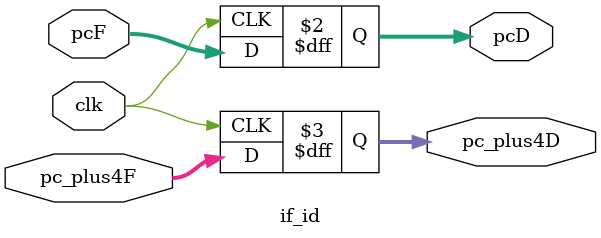
<source format=v>
module if_id(
    input clk,
    input wire [31:0] pcF,
    input wire [31:0] pc_plus4F,


    output reg [31:0] pcD,
    output reg [31:0] pc_plus4D
);

    always @(posedge clk) begin
        pcD <= pcF;
        pc_plus4D <= pc_plus4F;
    end
endmodule
</source>
